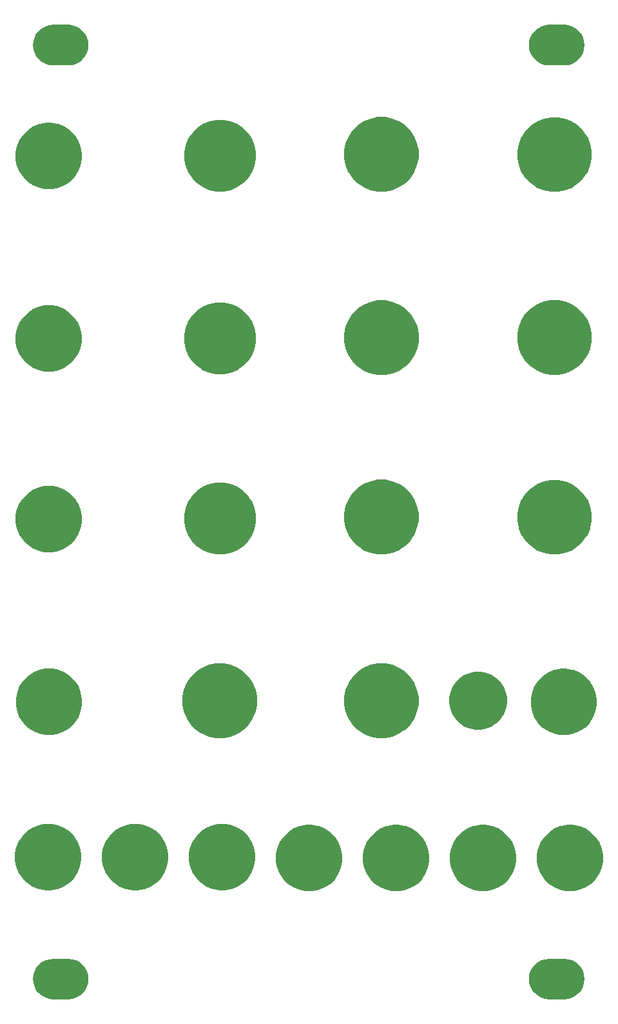
<source format=gbr>
G04 #@! TF.GenerationSoftware,KiCad,Pcbnew,(5.1.5)-2*
G04 #@! TF.CreationDate,2019-12-23T23:59:59+01:00*
G04 #@! TF.ProjectId,Benjolin Panel,42656e6a-6f6c-4696-9e20-50616e656c2e,rev?*
G04 #@! TF.SameCoordinates,Original*
G04 #@! TF.FileFunction,Soldermask,Bot*
G04 #@! TF.FilePolarity,Negative*
%FSLAX46Y46*%
G04 Gerber Fmt 4.6, Leading zero omitted, Abs format (unit mm)*
G04 Created by KiCad (PCBNEW (5.1.5)-2) date 2019-12-23 23:59:59*
%MOMM*%
%LPD*%
G04 APERTURE LIST*
%ADD10C,0.100000*%
G04 APERTURE END LIST*
D10*
G36*
X121024184Y-151323937D02*
G01*
X121521494Y-151474794D01*
X121979817Y-151719773D01*
X122381540Y-152049459D01*
X122711226Y-152451182D01*
X122956205Y-152909505D01*
X123107062Y-153406815D01*
X123158000Y-153923999D01*
X123158000Y-153924001D01*
X123107062Y-154441185D01*
X122956205Y-154938495D01*
X122711226Y-155396818D01*
X122381540Y-155798541D01*
X121979817Y-156128227D01*
X121521494Y-156373206D01*
X121024184Y-156524063D01*
X120507000Y-156575001D01*
X118507000Y-156575001D01*
X117989816Y-156524063D01*
X117492506Y-156373206D01*
X117034183Y-156128227D01*
X116632460Y-155798541D01*
X116302774Y-155396818D01*
X116057795Y-154938495D01*
X115906938Y-154441185D01*
X115856000Y-153924001D01*
X115856000Y-153923999D01*
X115906938Y-153406815D01*
X116057795Y-152909505D01*
X116302774Y-152451182D01*
X116632460Y-152049459D01*
X117034183Y-151719773D01*
X117492506Y-151474794D01*
X117989816Y-151323937D01*
X118507000Y-151272999D01*
X120507000Y-151272999D01*
X121024184Y-151323937D01*
G37*
G36*
X55873184Y-151323937D02*
G01*
X56370494Y-151474794D01*
X56828817Y-151719773D01*
X57230540Y-152049459D01*
X57560226Y-152451182D01*
X57805205Y-152909505D01*
X57956062Y-153406815D01*
X58007000Y-153923999D01*
X58007000Y-153924001D01*
X57956062Y-154441185D01*
X57805205Y-154938495D01*
X57560226Y-155396818D01*
X57230540Y-155798541D01*
X56828817Y-156128227D01*
X56370494Y-156373206D01*
X55873184Y-156524063D01*
X55356000Y-156575001D01*
X53356000Y-156575001D01*
X52838816Y-156524063D01*
X52341506Y-156373206D01*
X51883183Y-156128227D01*
X51481460Y-155798541D01*
X51151774Y-155396818D01*
X50906795Y-154938495D01*
X50755938Y-154441185D01*
X50705000Y-153924001D01*
X50705000Y-153923999D01*
X50755938Y-153406815D01*
X50906795Y-152909505D01*
X51151774Y-152451182D01*
X51481460Y-152049459D01*
X51883183Y-151719773D01*
X52341506Y-151474794D01*
X52838816Y-151323937D01*
X53356000Y-151272999D01*
X55356000Y-151272999D01*
X55873184Y-151323937D01*
G37*
G36*
X87543156Y-133721794D02*
G01*
X88264140Y-133865206D01*
X89055972Y-134193193D01*
X89768601Y-134669357D01*
X90374643Y-135275399D01*
X90850807Y-135988028D01*
X91178794Y-136779860D01*
X91346000Y-137620464D01*
X91346000Y-138477536D01*
X91178794Y-139318140D01*
X90850807Y-140109972D01*
X90374643Y-140822601D01*
X89768601Y-141428643D01*
X89055972Y-141904807D01*
X88264140Y-142232794D01*
X87543156Y-142376206D01*
X87423537Y-142400000D01*
X86566463Y-142400000D01*
X86446844Y-142376206D01*
X85725860Y-142232794D01*
X84934028Y-141904807D01*
X84221399Y-141428643D01*
X83615357Y-140822601D01*
X83139193Y-140109972D01*
X82811206Y-139318140D01*
X82644000Y-138477536D01*
X82644000Y-137620464D01*
X82811206Y-136779860D01*
X83139193Y-135988028D01*
X83615357Y-135275399D01*
X84221399Y-134669357D01*
X84934028Y-134193193D01*
X85725860Y-133865206D01*
X86446844Y-133721794D01*
X86566463Y-133698000D01*
X87423537Y-133698000D01*
X87543156Y-133721794D01*
G37*
G36*
X98973156Y-133721794D02*
G01*
X99694140Y-133865206D01*
X100485972Y-134193193D01*
X101198601Y-134669357D01*
X101804643Y-135275399D01*
X102280807Y-135988028D01*
X102608794Y-136779860D01*
X102776000Y-137620464D01*
X102776000Y-138477536D01*
X102608794Y-139318140D01*
X102280807Y-140109972D01*
X101804643Y-140822601D01*
X101198601Y-141428643D01*
X100485972Y-141904807D01*
X99694140Y-142232794D01*
X98973156Y-142376206D01*
X98853537Y-142400000D01*
X97996463Y-142400000D01*
X97876844Y-142376206D01*
X97155860Y-142232794D01*
X96364028Y-141904807D01*
X95651399Y-141428643D01*
X95045357Y-140822601D01*
X94569193Y-140109972D01*
X94241206Y-139318140D01*
X94074000Y-138477536D01*
X94074000Y-137620464D01*
X94241206Y-136779860D01*
X94569193Y-135988028D01*
X95045357Y-135275399D01*
X95651399Y-134669357D01*
X96364028Y-134193193D01*
X97155860Y-133865206D01*
X97876844Y-133721794D01*
X97996463Y-133698000D01*
X98853537Y-133698000D01*
X98973156Y-133721794D01*
G37*
G36*
X121800656Y-133717394D02*
G01*
X122521640Y-133860806D01*
X123313472Y-134188793D01*
X124026101Y-134664957D01*
X124632143Y-135270999D01*
X125108307Y-135983628D01*
X125436294Y-136775460D01*
X125603500Y-137616064D01*
X125603500Y-138473136D01*
X125436294Y-139313740D01*
X125108307Y-140105572D01*
X124632143Y-140818201D01*
X124026101Y-141424243D01*
X123313472Y-141900407D01*
X122521640Y-142228394D01*
X121800656Y-142371806D01*
X121681037Y-142395600D01*
X120823963Y-142395600D01*
X120704344Y-142371806D01*
X119983360Y-142228394D01*
X119191528Y-141900407D01*
X118478899Y-141424243D01*
X117872857Y-140818201D01*
X117396693Y-140105572D01*
X117068706Y-139313740D01*
X116901500Y-138473136D01*
X116901500Y-137616064D01*
X117068706Y-136775460D01*
X117396693Y-135983628D01*
X117872857Y-135270999D01*
X118478899Y-134664957D01*
X119191528Y-134188793D01*
X119983360Y-133860806D01*
X120704344Y-133717394D01*
X120823963Y-133693600D01*
X121681037Y-133693600D01*
X121800656Y-133717394D01*
G37*
G36*
X110354056Y-133717394D02*
G01*
X111075040Y-133860806D01*
X111866872Y-134188793D01*
X112579501Y-134664957D01*
X113185543Y-135270999D01*
X113661707Y-135983628D01*
X113989694Y-136775460D01*
X114156900Y-137616064D01*
X114156900Y-138473136D01*
X113989694Y-139313740D01*
X113661707Y-140105572D01*
X113185543Y-140818201D01*
X112579501Y-141424243D01*
X111866872Y-141900407D01*
X111075040Y-142228394D01*
X110354056Y-142371806D01*
X110234437Y-142395600D01*
X109377363Y-142395600D01*
X109257744Y-142371806D01*
X108536760Y-142228394D01*
X107744928Y-141900407D01*
X107032299Y-141424243D01*
X106426257Y-140818201D01*
X105950093Y-140105572D01*
X105622106Y-139313740D01*
X105454900Y-138473136D01*
X105454900Y-137616064D01*
X105622106Y-136775460D01*
X105950093Y-135983628D01*
X106426257Y-135270999D01*
X107032299Y-134664957D01*
X107744928Y-134188793D01*
X108536760Y-133860806D01*
X109257744Y-133717394D01*
X109377363Y-133693600D01*
X110234437Y-133693600D01*
X110354056Y-133717394D01*
G37*
G36*
X76113156Y-133594794D02*
G01*
X76834140Y-133738206D01*
X77625972Y-134066193D01*
X78338601Y-134542357D01*
X78944643Y-135148399D01*
X79420807Y-135861028D01*
X79748794Y-136652860D01*
X79916000Y-137493464D01*
X79916000Y-138350536D01*
X79748794Y-139191140D01*
X79420807Y-139982972D01*
X78944643Y-140695601D01*
X78338601Y-141301643D01*
X77625972Y-141777807D01*
X76834140Y-142105794D01*
X76113156Y-142249206D01*
X75993537Y-142273000D01*
X75136463Y-142273000D01*
X75016844Y-142249206D01*
X74295860Y-142105794D01*
X73504028Y-141777807D01*
X72791399Y-141301643D01*
X72185357Y-140695601D01*
X71709193Y-139982972D01*
X71381206Y-139191140D01*
X71214000Y-138350536D01*
X71214000Y-137493464D01*
X71381206Y-136652860D01*
X71709193Y-135861028D01*
X72185357Y-135148399D01*
X72791399Y-134542357D01*
X73504028Y-134066193D01*
X74295860Y-133738206D01*
X75016844Y-133594794D01*
X75136463Y-133571000D01*
X75993537Y-133571000D01*
X76113156Y-133594794D01*
G37*
G36*
X53253156Y-133594794D02*
G01*
X53974140Y-133738206D01*
X54765972Y-134066193D01*
X55478601Y-134542357D01*
X56084643Y-135148399D01*
X56560807Y-135861028D01*
X56888794Y-136652860D01*
X57056000Y-137493464D01*
X57056000Y-138350536D01*
X56888794Y-139191140D01*
X56560807Y-139982972D01*
X56084643Y-140695601D01*
X55478601Y-141301643D01*
X54765972Y-141777807D01*
X53974140Y-142105794D01*
X53253156Y-142249206D01*
X53133537Y-142273000D01*
X52276463Y-142273000D01*
X52156844Y-142249206D01*
X51435860Y-142105794D01*
X50644028Y-141777807D01*
X49931399Y-141301643D01*
X49325357Y-140695601D01*
X48849193Y-139982972D01*
X48521206Y-139191140D01*
X48354000Y-138350536D01*
X48354000Y-137493464D01*
X48521206Y-136652860D01*
X48849193Y-135861028D01*
X49325357Y-135148399D01*
X49931399Y-134542357D01*
X50644028Y-134066193D01*
X51435860Y-133738206D01*
X52156844Y-133594794D01*
X52276463Y-133571000D01*
X53133537Y-133571000D01*
X53253156Y-133594794D01*
G37*
G36*
X64683156Y-133594794D02*
G01*
X65404140Y-133738206D01*
X66195972Y-134066193D01*
X66908601Y-134542357D01*
X67514643Y-135148399D01*
X67990807Y-135861028D01*
X68318794Y-136652860D01*
X68486000Y-137493464D01*
X68486000Y-138350536D01*
X68318794Y-139191140D01*
X67990807Y-139982972D01*
X67514643Y-140695601D01*
X66908601Y-141301643D01*
X66195972Y-141777807D01*
X65404140Y-142105794D01*
X64683156Y-142249206D01*
X64563537Y-142273000D01*
X63706463Y-142273000D01*
X63586844Y-142249206D01*
X62865860Y-142105794D01*
X62074028Y-141777807D01*
X61361399Y-141301643D01*
X60755357Y-140695601D01*
X60279193Y-139982972D01*
X59951206Y-139191140D01*
X59784000Y-138350536D01*
X59784000Y-137493464D01*
X59951206Y-136652860D01*
X60279193Y-135861028D01*
X60755357Y-135148399D01*
X61361399Y-134542357D01*
X62074028Y-134066193D01*
X62865860Y-133738206D01*
X63586844Y-133594794D01*
X63706463Y-133571000D01*
X64563537Y-133571000D01*
X64683156Y-133594794D01*
G37*
G36*
X97905768Y-112702642D02*
G01*
X98797692Y-113072089D01*
X98797694Y-113072090D01*
X98976104Y-113191300D01*
X99600405Y-113608444D01*
X100283056Y-114291095D01*
X100383734Y-114441771D01*
X100805313Y-115072708D01*
X100819411Y-115093808D01*
X101188858Y-115985732D01*
X101377200Y-116932592D01*
X101377200Y-117898008D01*
X101188858Y-118844868D01*
X100819411Y-119736792D01*
X100283056Y-120539505D01*
X99600405Y-121222156D01*
X99305347Y-121419307D01*
X98797694Y-121758510D01*
X98797693Y-121758511D01*
X98797692Y-121758511D01*
X97905768Y-122127958D01*
X96958908Y-122316300D01*
X95993492Y-122316300D01*
X95046632Y-122127958D01*
X94154708Y-121758511D01*
X94154707Y-121758511D01*
X94154706Y-121758510D01*
X93647053Y-121419307D01*
X93351995Y-121222156D01*
X92669344Y-120539505D01*
X92132989Y-119736792D01*
X91763542Y-118844868D01*
X91575200Y-117898008D01*
X91575200Y-116932592D01*
X91763542Y-115985732D01*
X92132989Y-115093808D01*
X92147088Y-115072708D01*
X92568666Y-114441771D01*
X92669344Y-114291095D01*
X93351995Y-113608444D01*
X93976296Y-113191300D01*
X94154706Y-113072090D01*
X94154708Y-113072089D01*
X95046632Y-112702642D01*
X95993492Y-112514300D01*
X96958908Y-112514300D01*
X97905768Y-112702642D01*
G37*
G36*
X76684068Y-112681542D02*
G01*
X77575992Y-113050989D01*
X77575994Y-113050990D01*
X77607572Y-113072090D01*
X78378705Y-113587344D01*
X79061356Y-114269995D01*
X79597711Y-115072708D01*
X79967158Y-115964632D01*
X80155500Y-116911492D01*
X80155500Y-117876908D01*
X79967158Y-118823768D01*
X79597711Y-119715692D01*
X79597710Y-119715694D01*
X79583611Y-119736794D01*
X79061356Y-120518405D01*
X78378705Y-121201056D01*
X77778033Y-121602411D01*
X77575994Y-121737410D01*
X77575993Y-121737411D01*
X77575992Y-121737411D01*
X76684068Y-122106858D01*
X75737208Y-122295200D01*
X74771792Y-122295200D01*
X73824932Y-122106858D01*
X72933008Y-121737411D01*
X72933007Y-121737411D01*
X72933006Y-121737410D01*
X72730967Y-121602411D01*
X72130295Y-121201056D01*
X71447644Y-120518405D01*
X70925389Y-119736794D01*
X70911290Y-119715694D01*
X70911289Y-119715692D01*
X70541842Y-118823768D01*
X70353500Y-117876908D01*
X70353500Y-116911492D01*
X70541842Y-115964632D01*
X70911289Y-115072708D01*
X71447644Y-114269995D01*
X72130295Y-113587344D01*
X72901428Y-113072090D01*
X72933006Y-113050990D01*
X72933008Y-113050989D01*
X73824932Y-112681542D01*
X74771792Y-112493200D01*
X75737208Y-112493200D01*
X76684068Y-112681542D01*
G37*
G36*
X120996556Y-113236294D02*
G01*
X121717540Y-113379706D01*
X122509372Y-113707693D01*
X123222001Y-114183857D01*
X123828043Y-114789899D01*
X124304207Y-115502528D01*
X124632194Y-116294360D01*
X124799400Y-117134964D01*
X124799400Y-117992036D01*
X124632194Y-118832640D01*
X124304207Y-119624472D01*
X123828043Y-120337101D01*
X123222001Y-120943143D01*
X122509372Y-121419307D01*
X121717540Y-121747294D01*
X120996556Y-121890706D01*
X120876937Y-121914500D01*
X120019863Y-121914500D01*
X119900244Y-121890706D01*
X119179260Y-121747294D01*
X118387428Y-121419307D01*
X117674799Y-120943143D01*
X117068757Y-120337101D01*
X116592593Y-119624472D01*
X116264606Y-118832640D01*
X116097400Y-117992036D01*
X116097400Y-117134964D01*
X116264606Y-116294360D01*
X116592593Y-115502528D01*
X117068757Y-114789899D01*
X117674799Y-114183857D01*
X118387428Y-113707693D01*
X119179260Y-113379706D01*
X119900244Y-113236294D01*
X120019863Y-113212500D01*
X120876937Y-113212500D01*
X120996556Y-113236294D01*
G37*
G36*
X53340816Y-113212500D02*
G01*
X54074840Y-113358506D01*
X54866672Y-113686493D01*
X55579301Y-114162657D01*
X56185343Y-114768699D01*
X56661507Y-115481328D01*
X56989494Y-116273160D01*
X57156700Y-117113764D01*
X57156700Y-117970836D01*
X56989494Y-118811440D01*
X56661507Y-119603272D01*
X56185343Y-120315901D01*
X55579301Y-120921943D01*
X54866672Y-121398107D01*
X54074840Y-121726094D01*
X53353856Y-121869506D01*
X53234237Y-121893300D01*
X52377163Y-121893300D01*
X52257544Y-121869506D01*
X51536560Y-121726094D01*
X50744728Y-121398107D01*
X50032099Y-120921943D01*
X49426057Y-120315901D01*
X48949893Y-119603272D01*
X48621906Y-118811440D01*
X48454700Y-117970836D01*
X48454700Y-117113764D01*
X48621906Y-116273160D01*
X48949893Y-115481328D01*
X49426057Y-114768699D01*
X50032099Y-114162657D01*
X50744728Y-113686493D01*
X51536560Y-113358506D01*
X52270584Y-113212500D01*
X52377163Y-113191300D01*
X53234237Y-113191300D01*
X53340816Y-113212500D01*
G37*
G36*
X110279810Y-113739270D02*
G01*
X110971547Y-114025797D01*
X110971548Y-114025798D01*
X111594096Y-114441771D01*
X112123529Y-114971204D01*
X112205449Y-115093806D01*
X112539503Y-115593753D01*
X112826030Y-116285490D01*
X112972100Y-117019833D01*
X112972100Y-117768567D01*
X112826030Y-118502910D01*
X112539503Y-119194647D01*
X112539502Y-119194648D01*
X112123529Y-119817196D01*
X111594096Y-120346629D01*
X111305436Y-120539505D01*
X110971547Y-120762603D01*
X110279810Y-121049130D01*
X109545467Y-121195200D01*
X108796733Y-121195200D01*
X108062390Y-121049130D01*
X107370653Y-120762603D01*
X107036764Y-120539505D01*
X106748104Y-120346629D01*
X106218671Y-119817196D01*
X105802698Y-119194648D01*
X105802697Y-119194647D01*
X105516170Y-118502910D01*
X105370100Y-117768567D01*
X105370100Y-117019833D01*
X105516170Y-116285490D01*
X105802697Y-115593753D01*
X106136751Y-115093806D01*
X106218671Y-114971204D01*
X106748104Y-114441771D01*
X107370652Y-114025798D01*
X107370653Y-114025797D01*
X108062390Y-113739270D01*
X108796733Y-113593200D01*
X109545467Y-113593200D01*
X110279810Y-113739270D01*
G37*
G36*
X120650868Y-88603542D02*
G01*
X121491613Y-88951790D01*
X121542794Y-88972990D01*
X121744833Y-89107988D01*
X122345505Y-89509344D01*
X123028156Y-90191995D01*
X123429511Y-90792667D01*
X123550345Y-90973506D01*
X123564511Y-90994708D01*
X123933958Y-91886632D01*
X124122300Y-92833492D01*
X124122300Y-93798908D01*
X123933958Y-94745768D01*
X123888037Y-94856630D01*
X123564510Y-95637694D01*
X123429511Y-95839733D01*
X123028156Y-96440405D01*
X122345505Y-97123056D01*
X121892257Y-97425906D01*
X121542794Y-97659410D01*
X121542793Y-97659411D01*
X121542792Y-97659411D01*
X120650868Y-98028858D01*
X119704008Y-98217200D01*
X118738592Y-98217200D01*
X117791732Y-98028858D01*
X116899808Y-97659411D01*
X116899807Y-97659411D01*
X116899806Y-97659410D01*
X116550343Y-97425906D01*
X116097095Y-97123056D01*
X115414444Y-96440405D01*
X115013089Y-95839733D01*
X114878090Y-95637694D01*
X114554563Y-94856630D01*
X114508642Y-94745768D01*
X114320300Y-93798908D01*
X114320300Y-92833492D01*
X114508642Y-91886632D01*
X114878089Y-90994708D01*
X114892256Y-90973506D01*
X115013088Y-90792667D01*
X115414444Y-90191995D01*
X116097095Y-89509344D01*
X116697767Y-89107988D01*
X116899806Y-88972990D01*
X116950987Y-88951790D01*
X117791732Y-88603542D01*
X118738592Y-88415200D01*
X119704008Y-88415200D01*
X120650868Y-88603542D01*
G37*
G36*
X97905768Y-88582342D02*
G01*
X98797692Y-88951789D01*
X98797694Y-88951790D01*
X98829422Y-88972990D01*
X99600405Y-89488144D01*
X100283056Y-90170795D01*
X100819411Y-90973508D01*
X101188858Y-91865432D01*
X101377200Y-92812292D01*
X101377200Y-93777708D01*
X101188858Y-94724568D01*
X100819411Y-95616492D01*
X100819410Y-95616494D01*
X100755490Y-95712157D01*
X100283056Y-96419205D01*
X99600405Y-97101856D01*
X99115429Y-97425906D01*
X98797694Y-97638210D01*
X98797693Y-97638211D01*
X98797692Y-97638211D01*
X97905768Y-98007658D01*
X96958908Y-98196000D01*
X95993492Y-98196000D01*
X95046632Y-98007658D01*
X94154708Y-97638211D01*
X94154707Y-97638211D01*
X94154706Y-97638210D01*
X93836971Y-97425906D01*
X93351995Y-97101856D01*
X92669344Y-96419205D01*
X92196910Y-95712157D01*
X92132990Y-95616494D01*
X92132989Y-95616492D01*
X91763542Y-94724568D01*
X91575200Y-93777708D01*
X91575200Y-92812292D01*
X91763542Y-91865432D01*
X92132989Y-90973508D01*
X92669344Y-90170795D01*
X93351995Y-89488144D01*
X94122978Y-88972990D01*
X94154706Y-88951790D01*
X94154708Y-88951789D01*
X95046632Y-88582342D01*
X95993492Y-88394000D01*
X96958908Y-88394000D01*
X97905768Y-88582342D01*
G37*
G36*
X76646930Y-88965056D02*
G01*
X77502457Y-89319427D01*
X77502458Y-89319428D01*
X78272413Y-89833895D01*
X78927205Y-90488687D01*
X79132878Y-90796499D01*
X79441673Y-91258643D01*
X79796044Y-92114170D01*
X79976700Y-93022391D01*
X79976700Y-93948409D01*
X79796044Y-94856630D01*
X79441673Y-95712157D01*
X79441672Y-95712158D01*
X78927205Y-96482113D01*
X78272413Y-97136905D01*
X77757945Y-97480661D01*
X77502457Y-97651373D01*
X76646930Y-98005744D01*
X75738709Y-98186400D01*
X74812691Y-98186400D01*
X73904470Y-98005744D01*
X73048943Y-97651373D01*
X72793455Y-97480661D01*
X72278987Y-97136905D01*
X71624195Y-96482113D01*
X71109728Y-95712158D01*
X71109727Y-95712157D01*
X70755356Y-94856630D01*
X70574700Y-93948409D01*
X70574700Y-93022391D01*
X70755356Y-92114170D01*
X71109727Y-91258643D01*
X71418522Y-90796499D01*
X71624195Y-90488687D01*
X72278987Y-89833895D01*
X73048942Y-89319428D01*
X73048943Y-89319427D01*
X73904470Y-88965056D01*
X74812691Y-88784400D01*
X75738709Y-88784400D01*
X76646930Y-88965056D01*
G37*
G36*
X53332656Y-89242894D02*
G01*
X54053640Y-89386306D01*
X54845472Y-89714293D01*
X55558101Y-90190457D01*
X56164143Y-90796499D01*
X56640307Y-91509128D01*
X56968294Y-92300960D01*
X57135500Y-93141564D01*
X57135500Y-93998636D01*
X56968294Y-94839240D01*
X56640307Y-95631072D01*
X56164143Y-96343701D01*
X55558101Y-96949743D01*
X54845472Y-97425907D01*
X54053640Y-97753894D01*
X53332656Y-97897306D01*
X53213037Y-97921100D01*
X52355963Y-97921100D01*
X52236344Y-97897306D01*
X51515360Y-97753894D01*
X50723528Y-97425907D01*
X50010899Y-96949743D01*
X49404857Y-96343701D01*
X48928693Y-95631072D01*
X48600706Y-94839240D01*
X48433500Y-93998636D01*
X48433500Y-93141564D01*
X48600706Y-92300960D01*
X48928693Y-91509128D01*
X49404857Y-90796499D01*
X50010899Y-90190457D01*
X50723528Y-89714293D01*
X51515360Y-89386306D01*
X52236344Y-89242894D01*
X52355963Y-89219100D01*
X53213037Y-89219100D01*
X53332656Y-89242894D01*
G37*
G36*
X97926968Y-65054442D02*
G01*
X98767713Y-65402690D01*
X98818894Y-65423890D01*
X98965576Y-65521900D01*
X99621605Y-65960244D01*
X100304256Y-66642895D01*
X100705612Y-67243567D01*
X100826445Y-67424406D01*
X100840611Y-67445608D01*
X101210058Y-68337532D01*
X101398400Y-69284392D01*
X101398400Y-70249808D01*
X101210058Y-71196668D01*
X100840611Y-72088592D01*
X100304256Y-72891305D01*
X99621605Y-73573956D01*
X99390003Y-73728707D01*
X98818894Y-74110310D01*
X98818893Y-74110311D01*
X98818892Y-74110311D01*
X97926968Y-74479758D01*
X96980108Y-74668100D01*
X96014692Y-74668100D01*
X95067832Y-74479758D01*
X94175908Y-74110311D01*
X94175907Y-74110311D01*
X94175906Y-74110310D01*
X93604797Y-73728707D01*
X93373195Y-73573956D01*
X92690544Y-72891305D01*
X92154189Y-72088592D01*
X91784742Y-71196668D01*
X91596400Y-70249808D01*
X91596400Y-69284392D01*
X91784742Y-68337532D01*
X92154189Y-67445608D01*
X92168356Y-67424406D01*
X92289188Y-67243567D01*
X92690544Y-66642895D01*
X93373195Y-65960244D01*
X94029224Y-65521900D01*
X94175906Y-65423890D01*
X94227087Y-65402690D01*
X95067832Y-65054442D01*
X96014692Y-64866100D01*
X96980108Y-64866100D01*
X97926968Y-65054442D01*
G37*
G36*
X120650868Y-65033242D02*
G01*
X121370581Y-65331357D01*
X121542794Y-65402690D01*
X121574522Y-65423890D01*
X122345505Y-65939044D01*
X123028156Y-66621695D01*
X123564511Y-67424408D01*
X123933958Y-68316332D01*
X124122300Y-69263192D01*
X124122300Y-70228608D01*
X123933958Y-71175468D01*
X123914298Y-71222931D01*
X123564510Y-72067394D01*
X123429511Y-72269433D01*
X123028156Y-72870105D01*
X122345505Y-73552756D01*
X122082175Y-73728707D01*
X121542794Y-74089110D01*
X121542793Y-74089111D01*
X121542792Y-74089111D01*
X120650868Y-74458558D01*
X119704008Y-74646900D01*
X118738592Y-74646900D01*
X117791732Y-74458558D01*
X116899808Y-74089111D01*
X116899807Y-74089111D01*
X116899806Y-74089110D01*
X116360425Y-73728707D01*
X116097095Y-73552756D01*
X115414444Y-72870105D01*
X115013089Y-72269433D01*
X114878090Y-72067394D01*
X114528302Y-71222931D01*
X114508642Y-71175468D01*
X114320300Y-70228608D01*
X114320300Y-69263192D01*
X114508642Y-68316332D01*
X114878089Y-67424408D01*
X115414444Y-66621695D01*
X116097095Y-65939044D01*
X116868078Y-65423890D01*
X116899806Y-65402690D01*
X117072019Y-65331357D01*
X117791732Y-65033242D01*
X118738592Y-64844900D01*
X119704008Y-64844900D01*
X120650868Y-65033242D01*
G37*
G36*
X76646930Y-65331356D02*
G01*
X77502457Y-65685727D01*
X77757945Y-65856439D01*
X78272413Y-66200195D01*
X78927205Y-66854987D01*
X79270961Y-67369455D01*
X79441673Y-67624943D01*
X79796044Y-68480470D01*
X79976700Y-69388691D01*
X79976700Y-70314709D01*
X79796044Y-71222930D01*
X79441673Y-72078457D01*
X79270961Y-72333945D01*
X78927205Y-72848413D01*
X78272413Y-73503205D01*
X77934925Y-73728707D01*
X77502457Y-74017673D01*
X76646930Y-74372044D01*
X75738709Y-74552700D01*
X74812691Y-74552700D01*
X73904470Y-74372044D01*
X73048943Y-74017673D01*
X72616475Y-73728707D01*
X72278987Y-73503205D01*
X71624195Y-72848413D01*
X71280439Y-72333945D01*
X71109727Y-72078457D01*
X70755356Y-71222930D01*
X70574700Y-70314709D01*
X70574700Y-69388691D01*
X70755356Y-68480470D01*
X71109727Y-67624943D01*
X71280439Y-67369455D01*
X71624195Y-66854987D01*
X72278987Y-66200195D01*
X72793455Y-65856439D01*
X73048943Y-65685727D01*
X73904470Y-65331356D01*
X74812691Y-65150700D01*
X75738709Y-65150700D01*
X76646930Y-65331356D01*
G37*
G36*
X53311556Y-65545694D02*
G01*
X54032540Y-65689106D01*
X54824372Y-66017093D01*
X55537001Y-66493257D01*
X56143043Y-67099299D01*
X56619207Y-67811928D01*
X56947194Y-68603760D01*
X57114400Y-69444364D01*
X57114400Y-70301436D01*
X56947194Y-71142040D01*
X56619207Y-71933872D01*
X56143043Y-72646501D01*
X55537001Y-73252543D01*
X54824372Y-73728707D01*
X54032540Y-74056694D01*
X53311556Y-74200106D01*
X53191937Y-74223900D01*
X52334863Y-74223900D01*
X52215244Y-74200106D01*
X51494260Y-74056694D01*
X50702428Y-73728707D01*
X49989799Y-73252543D01*
X49383757Y-72646501D01*
X48907593Y-71933872D01*
X48579606Y-71142040D01*
X48412400Y-70301436D01*
X48412400Y-69444364D01*
X48579606Y-68603760D01*
X48907593Y-67811928D01*
X49383757Y-67099299D01*
X49989799Y-66493257D01*
X50702428Y-66017093D01*
X51494260Y-65689106D01*
X52215244Y-65545694D01*
X52334863Y-65521900D01*
X53191937Y-65521900D01*
X53311556Y-65545694D01*
G37*
G36*
X120650868Y-41018742D02*
G01*
X121491613Y-41366990D01*
X121542794Y-41388190D01*
X121744833Y-41523188D01*
X122345505Y-41924544D01*
X123028156Y-42607195D01*
X123429511Y-43207867D01*
X123550345Y-43388706D01*
X123564511Y-43409908D01*
X123933958Y-44301832D01*
X124122300Y-45248692D01*
X124122300Y-46214108D01*
X123933958Y-47160968D01*
X123564511Y-48052892D01*
X123028156Y-48855605D01*
X122345505Y-49538256D01*
X121987290Y-49777607D01*
X121542794Y-50074610D01*
X121542793Y-50074611D01*
X121542792Y-50074611D01*
X120650868Y-50444058D01*
X119704008Y-50632400D01*
X118738592Y-50632400D01*
X117791732Y-50444058D01*
X116899808Y-50074611D01*
X116899807Y-50074611D01*
X116899806Y-50074610D01*
X116455310Y-49777607D01*
X116097095Y-49538256D01*
X115414444Y-48855605D01*
X114878089Y-48052892D01*
X114508642Y-47160968D01*
X114320300Y-46214108D01*
X114320300Y-45248692D01*
X114508642Y-44301832D01*
X114878089Y-43409908D01*
X114892256Y-43388706D01*
X115013088Y-43207867D01*
X115414444Y-42607195D01*
X116097095Y-41924544D01*
X116697767Y-41523188D01*
X116899806Y-41388190D01*
X116950987Y-41366990D01*
X117791732Y-41018742D01*
X118738592Y-40830400D01*
X119704008Y-40830400D01*
X120650868Y-41018742D01*
G37*
G36*
X97905768Y-40997542D02*
G01*
X98797692Y-41366989D01*
X98797694Y-41366990D01*
X98829422Y-41388190D01*
X99600405Y-41903344D01*
X100283056Y-42585995D01*
X100819411Y-43388708D01*
X101188858Y-44280632D01*
X101377200Y-45227492D01*
X101377200Y-46192908D01*
X101188858Y-47139768D01*
X100839674Y-47982772D01*
X100819410Y-48031694D01*
X100769588Y-48106258D01*
X100283056Y-48834405D01*
X99600405Y-49517056D01*
X99210462Y-49777607D01*
X98797694Y-50053410D01*
X98797693Y-50053411D01*
X98797692Y-50053411D01*
X97905768Y-50422858D01*
X96958908Y-50611200D01*
X95993492Y-50611200D01*
X95046632Y-50422858D01*
X94154708Y-50053411D01*
X94154707Y-50053411D01*
X94154706Y-50053410D01*
X93741938Y-49777607D01*
X93351995Y-49517056D01*
X92669344Y-48834405D01*
X92182812Y-48106258D01*
X92132990Y-48031694D01*
X92112726Y-47982772D01*
X91763542Y-47139768D01*
X91575200Y-46192908D01*
X91575200Y-45227492D01*
X91763542Y-44280632D01*
X92132989Y-43388708D01*
X92669344Y-42585995D01*
X93351995Y-41903344D01*
X94122978Y-41388190D01*
X94154706Y-41366990D01*
X94154708Y-41366989D01*
X95046632Y-40997542D01*
X95993492Y-40809200D01*
X96958908Y-40809200D01*
X97905768Y-40997542D01*
G37*
G36*
X76668030Y-41359156D02*
G01*
X77523557Y-41713527D01*
X77779045Y-41884239D01*
X78293513Y-42227995D01*
X78948305Y-42882787D01*
X79125647Y-43148199D01*
X79462773Y-43652743D01*
X79817144Y-44508270D01*
X79997800Y-45416491D01*
X79997800Y-46342509D01*
X79817144Y-47250730D01*
X79462773Y-48106257D01*
X79462772Y-48106258D01*
X78948305Y-48876213D01*
X78293513Y-49531005D01*
X77779045Y-49874761D01*
X77523557Y-50045473D01*
X76668030Y-50399844D01*
X75759809Y-50580500D01*
X74833791Y-50580500D01*
X73925570Y-50399844D01*
X73070043Y-50045473D01*
X72814555Y-49874761D01*
X72300087Y-49531005D01*
X71645295Y-48876213D01*
X71130828Y-48106258D01*
X71130827Y-48106257D01*
X70776456Y-47250730D01*
X70595800Y-46342509D01*
X70595800Y-45416491D01*
X70776456Y-44508270D01*
X71130827Y-43652743D01*
X71467953Y-43148199D01*
X71645295Y-42882787D01*
X72300087Y-42227995D01*
X72814555Y-41884239D01*
X73070043Y-41713527D01*
X73925570Y-41359156D01*
X74833791Y-41178500D01*
X75759809Y-41178500D01*
X76668030Y-41359156D01*
G37*
G36*
X53332656Y-41594594D02*
G01*
X54053640Y-41738006D01*
X54845472Y-42065993D01*
X55558101Y-42542157D01*
X56164143Y-43148199D01*
X56640307Y-43860828D01*
X56968294Y-44652660D01*
X57135500Y-45493264D01*
X57135500Y-46350336D01*
X56968294Y-47190940D01*
X56640307Y-47982772D01*
X56164143Y-48695401D01*
X55558101Y-49301443D01*
X54845472Y-49777607D01*
X54053640Y-50105594D01*
X53332656Y-50249006D01*
X53213037Y-50272800D01*
X52355963Y-50272800D01*
X52236344Y-50249006D01*
X51515360Y-50105594D01*
X50723528Y-49777607D01*
X50010899Y-49301443D01*
X49404857Y-48695401D01*
X48928693Y-47982772D01*
X48600706Y-47190940D01*
X48433500Y-46350336D01*
X48433500Y-45493264D01*
X48600706Y-44652660D01*
X48928693Y-43860828D01*
X49404857Y-43148199D01*
X50010899Y-42542157D01*
X50723528Y-42065993D01*
X51515360Y-41738006D01*
X52236344Y-41594594D01*
X52355963Y-41570800D01*
X53213037Y-41570800D01*
X53332656Y-41594594D01*
G37*
G36*
X55873184Y-28768937D02*
G01*
X56370494Y-28919794D01*
X56828817Y-29164773D01*
X57230540Y-29494459D01*
X57560226Y-29896182D01*
X57805205Y-30354505D01*
X57956062Y-30851815D01*
X58007000Y-31368999D01*
X58007000Y-31369001D01*
X57956062Y-31886185D01*
X57805205Y-32383495D01*
X57560226Y-32841818D01*
X57230540Y-33243541D01*
X56828817Y-33573227D01*
X56370494Y-33818206D01*
X55873184Y-33969063D01*
X55356000Y-34020001D01*
X53356000Y-34020001D01*
X52838816Y-33969063D01*
X52341506Y-33818206D01*
X51883183Y-33573227D01*
X51481460Y-33243541D01*
X51151774Y-32841818D01*
X50906795Y-32383495D01*
X50755938Y-31886185D01*
X50705000Y-31369001D01*
X50705000Y-31368999D01*
X50755938Y-30851815D01*
X50906795Y-30354505D01*
X51151774Y-29896182D01*
X51481460Y-29494459D01*
X51883183Y-29164773D01*
X52341506Y-28919794D01*
X52838816Y-28768937D01*
X53356000Y-28717999D01*
X55356000Y-28717999D01*
X55873184Y-28768937D01*
G37*
G36*
X121024184Y-28768937D02*
G01*
X121521494Y-28919794D01*
X121979817Y-29164773D01*
X122381540Y-29494459D01*
X122711226Y-29896182D01*
X122956205Y-30354505D01*
X123107062Y-30851815D01*
X123158000Y-31368999D01*
X123158000Y-31369001D01*
X123107062Y-31886185D01*
X122956205Y-32383495D01*
X122711226Y-32841818D01*
X122381540Y-33243541D01*
X121979817Y-33573227D01*
X121521494Y-33818206D01*
X121024184Y-33969063D01*
X120507000Y-34020001D01*
X118507000Y-34020001D01*
X117989816Y-33969063D01*
X117492506Y-33818206D01*
X117034183Y-33573227D01*
X116632460Y-33243541D01*
X116302774Y-32841818D01*
X116057795Y-32383495D01*
X115906938Y-31886185D01*
X115856000Y-31369001D01*
X115856000Y-31368999D01*
X115906938Y-30851815D01*
X116057795Y-30354505D01*
X116302774Y-29896182D01*
X116632460Y-29494459D01*
X117034183Y-29164773D01*
X117492506Y-28919794D01*
X117989816Y-28768937D01*
X118507000Y-28717999D01*
X120507000Y-28717999D01*
X121024184Y-28768937D01*
G37*
M02*

</source>
